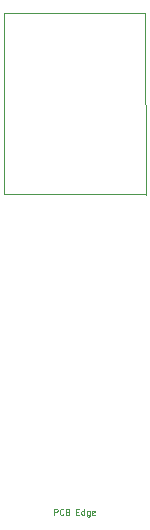
<source format=gbr>
%TF.GenerationSoftware,KiCad,Pcbnew,5.1.5+dfsg1-2~bpo10+1*%
%TF.CreationDate,Date%
%TF.ProjectId,osw,6f73772e-6b69-4636-9164-5f7063625858,rev?*%
%TF.SameCoordinates,Original*%
%TF.FileFunction,OtherDrawing,Comment*%
%FSLAX46Y46*%
G04 Gerber Fmt 4.6, Leading zero omitted, Abs format (unit mm)*
G04 Created by KiCad*
%MOMM*%
%LPD*%
G04 APERTURE LIST*
%ADD10C,0.100000*%
G04 APERTURE END LIST*
D10*
%TO.C,U8*%
X154050000Y-88900000D02*
X165950000Y-88900000D01*
X154050000Y-104250000D02*
X154050000Y-88900000D01*
X154050000Y-104250000D02*
X165950000Y-104250000D01*
X166045200Y-104378000D02*
X165950000Y-88900000D01*
%TD*%
%TO.C,U5*%
X158285714Y-131413690D02*
X158285714Y-130913690D01*
X158476190Y-130913690D01*
X158523809Y-130937500D01*
X158547619Y-130961309D01*
X158571428Y-131008928D01*
X158571428Y-131080357D01*
X158547619Y-131127976D01*
X158523809Y-131151785D01*
X158476190Y-131175595D01*
X158285714Y-131175595D01*
X159071428Y-131366071D02*
X159047619Y-131389880D01*
X158976190Y-131413690D01*
X158928571Y-131413690D01*
X158857142Y-131389880D01*
X158809523Y-131342261D01*
X158785714Y-131294642D01*
X158761904Y-131199404D01*
X158761904Y-131127976D01*
X158785714Y-131032738D01*
X158809523Y-130985119D01*
X158857142Y-130937500D01*
X158928571Y-130913690D01*
X158976190Y-130913690D01*
X159047619Y-130937500D01*
X159071428Y-130961309D01*
X159452380Y-131151785D02*
X159523809Y-131175595D01*
X159547619Y-131199404D01*
X159571428Y-131247023D01*
X159571428Y-131318452D01*
X159547619Y-131366071D01*
X159523809Y-131389880D01*
X159476190Y-131413690D01*
X159285714Y-131413690D01*
X159285714Y-130913690D01*
X159452380Y-130913690D01*
X159500000Y-130937500D01*
X159523809Y-130961309D01*
X159547619Y-131008928D01*
X159547619Y-131056547D01*
X159523809Y-131104166D01*
X159500000Y-131127976D01*
X159452380Y-131151785D01*
X159285714Y-131151785D01*
X160166666Y-131151785D02*
X160333333Y-131151785D01*
X160404761Y-131413690D02*
X160166666Y-131413690D01*
X160166666Y-130913690D01*
X160404761Y-130913690D01*
X160833333Y-131413690D02*
X160833333Y-130913690D01*
X160833333Y-131389880D02*
X160785714Y-131413690D01*
X160690476Y-131413690D01*
X160642857Y-131389880D01*
X160619047Y-131366071D01*
X160595238Y-131318452D01*
X160595238Y-131175595D01*
X160619047Y-131127976D01*
X160642857Y-131104166D01*
X160690476Y-131080357D01*
X160785714Y-131080357D01*
X160833333Y-131104166D01*
X161285714Y-131080357D02*
X161285714Y-131485119D01*
X161261904Y-131532738D01*
X161238095Y-131556547D01*
X161190476Y-131580357D01*
X161119047Y-131580357D01*
X161071428Y-131556547D01*
X161285714Y-131389880D02*
X161238095Y-131413690D01*
X161142857Y-131413690D01*
X161095238Y-131389880D01*
X161071428Y-131366071D01*
X161047619Y-131318452D01*
X161047619Y-131175595D01*
X161071428Y-131127976D01*
X161095238Y-131104166D01*
X161142857Y-131080357D01*
X161238095Y-131080357D01*
X161285714Y-131104166D01*
X161714285Y-131389880D02*
X161666666Y-131413690D01*
X161571428Y-131413690D01*
X161523809Y-131389880D01*
X161500000Y-131342261D01*
X161500000Y-131151785D01*
X161523809Y-131104166D01*
X161571428Y-131080357D01*
X161666666Y-131080357D01*
X161714285Y-131104166D01*
X161738095Y-131151785D01*
X161738095Y-131199404D01*
X161500000Y-131247023D01*
%TD*%
M02*

</source>
